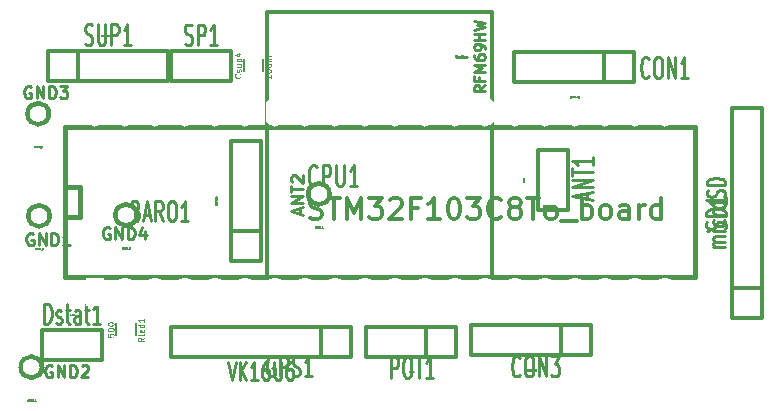
<source format=gbr>
G04 #@! TF.FileFunction,Legend,Top*
%FSLAX46Y46*%
G04 Gerber Fmt 4.6, Leading zero omitted, Abs format (unit mm)*
G04 Created by KiCad (PCBNEW (2015-01-16 BZR 5376)-product) date 20/06/2015 16:12:35*
%MOMM*%
G01*
G04 APERTURE LIST*
%ADD10C,0.100000*%
%ADD11C,0.304800*%
%ADD12C,0.381000*%
%ADD13C,0.127000*%
%ADD14C,0.271780*%
%ADD15C,0.002540*%
%ADD16C,0.285750*%
%ADD17C,0.119380*%
%ADD18C,0.030480*%
%ADD19C,0.254000*%
%ADD20C,0.222250*%
%ADD21C,0.269240*%
%ADD22R,1.800200X1.800200*%
%ADD23C,1.899260*%
%ADD24R,1.597000X2.486000*%
%ADD25O,1.597000X2.486000*%
%ADD26R,2.003400X1.800200*%
%ADD27R,1.701140X1.701140*%
%ADD28R,1.470000X2.232000*%
%ADD29O,1.470000X2.232000*%
%ADD30C,1.398880*%
G04 APERTURE END LIST*
D10*
D11*
X135890000Y-109982000D02*
X135890000Y-109982000D01*
X138430000Y-109982000D02*
X135890000Y-109982000D01*
X135890000Y-109982000D02*
X135890000Y-109982000D01*
X135890000Y-109982000D02*
X135890000Y-99822000D01*
X135890000Y-99822000D02*
X138430000Y-99822000D01*
X138430000Y-99822000D02*
X138430000Y-109982000D01*
X138430000Y-107442000D02*
X135890000Y-107442000D01*
X170053000Y-94869000D02*
X170053000Y-94869000D01*
X170053000Y-92329000D02*
X170053000Y-94869000D01*
X170053000Y-94869000D02*
X170053000Y-94869000D01*
X170053000Y-94869000D02*
X159893000Y-94869000D01*
X159893000Y-94869000D02*
X159893000Y-92329000D01*
X159893000Y-92329000D02*
X170053000Y-92329000D01*
X167513000Y-92329000D02*
X167513000Y-94869000D01*
X166370000Y-117983000D02*
X166370000Y-117983000D01*
X166370000Y-115443000D02*
X166370000Y-117983000D01*
X166370000Y-117983000D02*
X166370000Y-117983000D01*
X166370000Y-117983000D02*
X156210000Y-117983000D01*
X156210000Y-117983000D02*
X156210000Y-115443000D01*
X156210000Y-115443000D02*
X166370000Y-115443000D01*
X163830000Y-115443000D02*
X163830000Y-117983000D01*
D12*
X121831100Y-103733600D02*
X123101100Y-103733600D01*
X123101100Y-103733600D02*
X123101100Y-106273600D01*
X123101100Y-106273600D02*
X121831100Y-106273600D01*
X121831100Y-98653600D02*
X175171100Y-98653600D01*
X175171100Y-98653600D02*
X175171100Y-111353600D01*
X175171100Y-111353600D02*
X121831100Y-111353600D01*
X121831100Y-111353600D02*
X121831100Y-98653600D01*
D13*
X138607800Y-92329000D02*
X136982200Y-92329000D01*
X136982200Y-94615000D02*
X138607800Y-94615000D01*
X136982200Y-95072200D02*
X138607800Y-95072200D01*
X138607800Y-95072200D02*
X138607800Y-91871800D01*
X138607800Y-91871800D02*
X136982200Y-91871800D01*
X136982200Y-91871800D02*
X136982200Y-95072200D01*
D11*
X119888000Y-118364000D02*
X119888000Y-115824000D01*
X119888000Y-115824000D02*
X124968000Y-115824000D01*
X124968000Y-115824000D02*
X124968000Y-118364000D01*
X124968000Y-118364000D02*
X119888000Y-118364000D01*
X146050000Y-115570000D02*
X146050000Y-118110000D01*
X146050000Y-118110000D02*
X130810000Y-118110000D01*
X130810000Y-118110000D02*
X130810000Y-115570000D01*
X130810000Y-115570000D02*
X146050000Y-115570000D01*
X143510000Y-115570000D02*
X143510000Y-118110000D01*
D13*
X126187200Y-116967000D02*
X127812800Y-116967000D01*
X127812800Y-114681000D02*
X126187200Y-114681000D01*
X127812800Y-114223800D02*
X126187200Y-114223800D01*
X126187200Y-114223800D02*
X126187200Y-117424200D01*
X126187200Y-117424200D02*
X127812800Y-117424200D01*
X127812800Y-117424200D02*
X127812800Y-114223800D01*
D11*
X178308000Y-114808000D02*
X178308000Y-114808000D01*
X178308000Y-114808000D02*
X178308000Y-97028000D01*
X178308000Y-97028000D02*
X180848000Y-97028000D01*
X180848000Y-97028000D02*
X180848000Y-114808000D01*
X180848000Y-114808000D02*
X178308000Y-114808000D01*
X180848000Y-112268000D02*
X180848000Y-112268000D01*
X180848000Y-112268000D02*
X178308000Y-112268000D01*
X130810000Y-94742000D02*
X130810000Y-92202000D01*
X130810000Y-92202000D02*
X135890000Y-92202000D01*
X135890000Y-92202000D02*
X135890000Y-94742000D01*
X135890000Y-94742000D02*
X130810000Y-94742000D01*
X120396000Y-92202000D02*
X120396000Y-92202000D01*
X120396000Y-94742000D02*
X120396000Y-92202000D01*
X120396000Y-92202000D02*
X120396000Y-92202000D01*
X120396000Y-92202000D02*
X130556000Y-92202000D01*
X130556000Y-92202000D02*
X130556000Y-94742000D01*
X130556000Y-94742000D02*
X120396000Y-94742000D01*
X122936000Y-94742000D02*
X122936000Y-92202000D01*
X157988000Y-88900000D02*
X138910060Y-88900000D01*
X138910060Y-88900000D02*
X138910060Y-111429800D01*
X138910060Y-111429800D02*
X157988000Y-111429800D01*
X157988000Y-111429800D02*
X157988000Y-88900000D01*
D12*
X120532026Y-106172000D02*
G75*
G03X120532026Y-106172000I-898026J0D01*
G01*
D11*
X154940000Y-115570000D02*
X154940000Y-118110000D01*
X154940000Y-118110000D02*
X147320000Y-118110000D01*
X147320000Y-118110000D02*
X147320000Y-115570000D01*
X147320000Y-115570000D02*
X154940000Y-115570000D01*
X152400000Y-118110000D02*
X152400000Y-115570000D01*
X164465000Y-105664000D02*
X161925000Y-105664000D01*
X161925000Y-105664000D02*
X161925000Y-100584000D01*
X161925000Y-100584000D02*
X164465000Y-100584000D01*
X164465000Y-100584000D02*
X164465000Y-105664000D01*
D12*
X144217526Y-104330500D02*
G75*
G03X144217526Y-104330500I-898026J0D01*
G01*
X119897026Y-118999000D02*
G75*
G03X119897026Y-118999000I-898026J0D01*
G01*
X120468526Y-97536000D02*
G75*
G03X120468526Y-97536000I-898026J0D01*
G01*
X127898026Y-106108500D02*
G75*
G03X127898026Y-106108500I-898026J0D01*
G01*
D14*
X127838563Y-105730584D02*
X127993866Y-105813195D01*
X128045634Y-105895805D01*
X128097402Y-106061026D01*
X128097402Y-106308858D01*
X128045634Y-106474079D01*
X127993866Y-106556689D01*
X127890331Y-106639300D01*
X127476190Y-106639300D01*
X127476190Y-104904480D01*
X127838563Y-104904480D01*
X127942099Y-104987090D01*
X127993866Y-105069700D01*
X128045634Y-105234921D01*
X128045634Y-105400142D01*
X127993866Y-105565363D01*
X127942099Y-105647974D01*
X127838563Y-105730584D01*
X127476190Y-105730584D01*
X128511542Y-106143637D02*
X129029219Y-106143637D01*
X128408007Y-106639300D02*
X128770381Y-104904480D01*
X129132754Y-106639300D01*
X130116339Y-106639300D02*
X129753965Y-105813195D01*
X129495127Y-106639300D02*
X129495127Y-104904480D01*
X129909268Y-104904480D01*
X130012803Y-104987090D01*
X130064571Y-105069700D01*
X130116339Y-105234921D01*
X130116339Y-105482753D01*
X130064571Y-105647974D01*
X130012803Y-105730584D01*
X129909268Y-105813195D01*
X129495127Y-105813195D01*
X130789318Y-104904480D02*
X130996388Y-104904480D01*
X131099923Y-104987090D01*
X131203459Y-105152311D01*
X131255226Y-105482753D01*
X131255226Y-106061026D01*
X131203459Y-106391468D01*
X131099923Y-106556689D01*
X130996388Y-106639300D01*
X130789318Y-106639300D01*
X130685782Y-106556689D01*
X130582247Y-106391468D01*
X130530479Y-106061026D01*
X130530479Y-105482753D01*
X130582247Y-105152311D01*
X130685782Y-104987090D01*
X130789318Y-104904480D01*
X132290579Y-106639300D02*
X131669367Y-106639300D01*
X131979973Y-106639300D02*
X131979973Y-104904480D01*
X131876438Y-105152311D01*
X131772903Y-105317532D01*
X131669367Y-105400142D01*
D11*
D15*
X134610929Y-105210428D02*
X134616976Y-105192285D01*
X134623024Y-105186237D01*
X134635119Y-105180189D01*
X134653262Y-105180189D01*
X134665357Y-105186237D01*
X134671405Y-105192285D01*
X134677452Y-105204380D01*
X134677452Y-105252761D01*
X134550452Y-105252761D01*
X134550452Y-105210428D01*
X134556500Y-105198332D01*
X134562548Y-105192285D01*
X134574643Y-105186237D01*
X134586738Y-105186237D01*
X134598833Y-105192285D01*
X134604881Y-105198332D01*
X134610929Y-105210428D01*
X134610929Y-105252761D01*
X134677452Y-105125761D02*
X134550452Y-105125761D01*
X134641167Y-105083428D01*
X134550452Y-105041094D01*
X134677452Y-105041094D01*
X134677452Y-104980618D02*
X134550452Y-104980618D01*
X134550452Y-104932237D01*
X134556500Y-104920142D01*
X134562548Y-104914094D01*
X134574643Y-104908046D01*
X134592786Y-104908046D01*
X134604881Y-104914094D01*
X134610929Y-104920142D01*
X134616976Y-104932237D01*
X134616976Y-104980618D01*
X134677452Y-104787094D02*
X134677452Y-104859666D01*
X134677452Y-104823380D02*
X134550452Y-104823380D01*
X134568595Y-104835475D01*
X134580690Y-104847570D01*
X134586738Y-104859666D01*
X134604881Y-104714523D02*
X134598833Y-104726618D01*
X134592786Y-104732666D01*
X134580690Y-104738714D01*
X134574643Y-104738714D01*
X134562548Y-104732666D01*
X134556500Y-104726618D01*
X134550452Y-104714523D01*
X134550452Y-104690333D01*
X134556500Y-104678237D01*
X134562548Y-104672190D01*
X134574643Y-104666142D01*
X134580690Y-104666142D01*
X134592786Y-104672190D01*
X134598833Y-104678237D01*
X134604881Y-104690333D01*
X134604881Y-104714523D01*
X134610929Y-104726618D01*
X134616976Y-104732666D01*
X134629071Y-104738714D01*
X134653262Y-104738714D01*
X134665357Y-104732666D01*
X134671405Y-104726618D01*
X134677452Y-104714523D01*
X134677452Y-104690333D01*
X134671405Y-104678237D01*
X134665357Y-104672190D01*
X134653262Y-104666142D01*
X134629071Y-104666142D01*
X134616976Y-104672190D01*
X134610929Y-104678237D01*
X134604881Y-104690333D01*
X134550452Y-104587523D02*
X134550452Y-104575428D01*
X134556500Y-104563333D01*
X134562548Y-104557285D01*
X134574643Y-104551238D01*
X134598833Y-104545190D01*
X134629071Y-104545190D01*
X134653262Y-104551238D01*
X134665357Y-104557285D01*
X134671405Y-104563333D01*
X134677452Y-104575428D01*
X134677452Y-104587523D01*
X134671405Y-104599619D01*
X134665357Y-104605666D01*
X134653262Y-104611714D01*
X134629071Y-104617762D01*
X134598833Y-104617762D01*
X134574643Y-104611714D01*
X134562548Y-104605666D01*
X134556500Y-104599619D01*
X134550452Y-104587523D01*
D14*
X171272926Y-94345579D02*
X171221158Y-94428189D01*
X171065855Y-94510800D01*
X170962320Y-94510800D01*
X170807017Y-94428189D01*
X170703482Y-94262968D01*
X170651714Y-94097747D01*
X170599946Y-93767305D01*
X170599946Y-93519474D01*
X170651714Y-93189032D01*
X170703482Y-93023811D01*
X170807017Y-92858590D01*
X170962320Y-92775980D01*
X171065855Y-92775980D01*
X171221158Y-92858590D01*
X171272926Y-92941200D01*
X171945905Y-92775980D02*
X172152975Y-92775980D01*
X172256510Y-92858590D01*
X172360046Y-93023811D01*
X172411813Y-93354253D01*
X172411813Y-93932526D01*
X172360046Y-94262968D01*
X172256510Y-94428189D01*
X172152975Y-94510800D01*
X171945905Y-94510800D01*
X171842369Y-94428189D01*
X171738834Y-94262968D01*
X171687066Y-93932526D01*
X171687066Y-93354253D01*
X171738834Y-93023811D01*
X171842369Y-92858590D01*
X171945905Y-92775980D01*
X172877722Y-94510800D02*
X172877722Y-92775980D01*
X173498934Y-94510800D01*
X173498934Y-92775980D01*
X174586054Y-94510800D02*
X173964842Y-94510800D01*
X174275448Y-94510800D02*
X174275448Y-92775980D01*
X174171913Y-93023811D01*
X174068378Y-93189032D01*
X173964842Y-93271642D01*
D11*
D15*
X164640381Y-96184357D02*
X164634333Y-96190405D01*
X164616190Y-96196452D01*
X164604095Y-96196452D01*
X164585952Y-96190405D01*
X164573857Y-96178310D01*
X164567809Y-96166214D01*
X164561761Y-96142024D01*
X164561761Y-96123881D01*
X164567809Y-96099690D01*
X164573857Y-96087595D01*
X164585952Y-96075500D01*
X164604095Y-96069452D01*
X164616190Y-96069452D01*
X164634333Y-96075500D01*
X164640381Y-96081548D01*
X164719000Y-96069452D02*
X164743190Y-96069452D01*
X164755285Y-96075500D01*
X164767381Y-96087595D01*
X164773428Y-96111786D01*
X164773428Y-96154119D01*
X164767381Y-96178310D01*
X164755285Y-96190405D01*
X164743190Y-96196452D01*
X164719000Y-96196452D01*
X164706904Y-96190405D01*
X164694809Y-96178310D01*
X164688761Y-96154119D01*
X164688761Y-96111786D01*
X164694809Y-96087595D01*
X164706904Y-96075500D01*
X164719000Y-96069452D01*
X164827857Y-96196452D02*
X164827857Y-96069452D01*
X164900429Y-96196452D01*
X164900429Y-96069452D01*
X164954857Y-96190405D02*
X164973000Y-96196452D01*
X165003238Y-96196452D01*
X165015334Y-96190405D01*
X165021381Y-96184357D01*
X165027429Y-96172262D01*
X165027429Y-96160167D01*
X165021381Y-96148071D01*
X165015334Y-96142024D01*
X165003238Y-96135976D01*
X164979048Y-96129929D01*
X164966953Y-96123881D01*
X164960905Y-96117833D01*
X164954857Y-96105738D01*
X164954857Y-96093643D01*
X164960905Y-96081548D01*
X164966953Y-96075500D01*
X164979048Y-96069452D01*
X165009286Y-96069452D01*
X165027429Y-96075500D01*
X165172571Y-96063405D02*
X165063714Y-96226690D01*
X165257238Y-96129929D02*
X165275381Y-96135976D01*
X165281429Y-96142024D01*
X165287477Y-96154119D01*
X165287477Y-96172262D01*
X165281429Y-96184357D01*
X165275381Y-96190405D01*
X165263286Y-96196452D01*
X165214905Y-96196452D01*
X165214905Y-96069452D01*
X165257238Y-96069452D01*
X165269334Y-96075500D01*
X165275381Y-96081548D01*
X165281429Y-96093643D01*
X165281429Y-96105738D01*
X165275381Y-96117833D01*
X165269334Y-96123881D01*
X165257238Y-96129929D01*
X165214905Y-96129929D01*
X165323762Y-96069452D02*
X165396334Y-96069452D01*
X165360048Y-96196452D02*
X165360048Y-96069452D01*
D14*
X160350926Y-119618579D02*
X160299158Y-119701189D01*
X160143855Y-119783800D01*
X160040320Y-119783800D01*
X159885017Y-119701189D01*
X159781482Y-119535968D01*
X159729714Y-119370747D01*
X159677946Y-119040305D01*
X159677946Y-118792474D01*
X159729714Y-118462032D01*
X159781482Y-118296811D01*
X159885017Y-118131590D01*
X160040320Y-118048980D01*
X160143855Y-118048980D01*
X160299158Y-118131590D01*
X160350926Y-118214200D01*
X161023905Y-118048980D02*
X161230975Y-118048980D01*
X161334510Y-118131590D01*
X161438046Y-118296811D01*
X161489813Y-118627253D01*
X161489813Y-119205526D01*
X161438046Y-119535968D01*
X161334510Y-119701189D01*
X161230975Y-119783800D01*
X161023905Y-119783800D01*
X160920369Y-119701189D01*
X160816834Y-119535968D01*
X160765066Y-119205526D01*
X160765066Y-118627253D01*
X160816834Y-118296811D01*
X160920369Y-118131590D01*
X161023905Y-118048980D01*
X161955722Y-119783800D02*
X161955722Y-118048980D01*
X162576934Y-119783800D01*
X162576934Y-118048980D01*
X162991075Y-118048980D02*
X163664054Y-118048980D01*
X163301681Y-118709863D01*
X163456983Y-118709863D01*
X163560519Y-118792474D01*
X163612286Y-118875084D01*
X163664054Y-119040305D01*
X163664054Y-119453358D01*
X163612286Y-119618579D01*
X163560519Y-119701189D01*
X163456983Y-119783800D01*
X163146378Y-119783800D01*
X163042842Y-119701189D01*
X162991075Y-119618579D01*
D11*
D15*
X160957381Y-119298357D02*
X160951333Y-119304405D01*
X160933190Y-119310452D01*
X160921095Y-119310452D01*
X160902952Y-119304405D01*
X160890857Y-119292310D01*
X160884809Y-119280214D01*
X160878761Y-119256024D01*
X160878761Y-119237881D01*
X160884809Y-119213690D01*
X160890857Y-119201595D01*
X160902952Y-119189500D01*
X160921095Y-119183452D01*
X160933190Y-119183452D01*
X160951333Y-119189500D01*
X160957381Y-119195548D01*
X161036000Y-119183452D02*
X161060190Y-119183452D01*
X161072285Y-119189500D01*
X161084381Y-119201595D01*
X161090428Y-119225786D01*
X161090428Y-119268119D01*
X161084381Y-119292310D01*
X161072285Y-119304405D01*
X161060190Y-119310452D01*
X161036000Y-119310452D01*
X161023904Y-119304405D01*
X161011809Y-119292310D01*
X161005761Y-119268119D01*
X161005761Y-119225786D01*
X161011809Y-119201595D01*
X161023904Y-119189500D01*
X161036000Y-119183452D01*
X161144857Y-119310452D02*
X161144857Y-119183452D01*
X161217429Y-119310452D01*
X161217429Y-119183452D01*
X161271857Y-119304405D02*
X161290000Y-119310452D01*
X161320238Y-119310452D01*
X161332334Y-119304405D01*
X161338381Y-119298357D01*
X161344429Y-119286262D01*
X161344429Y-119274167D01*
X161338381Y-119262071D01*
X161332334Y-119256024D01*
X161320238Y-119249976D01*
X161296048Y-119243929D01*
X161283953Y-119237881D01*
X161277905Y-119231833D01*
X161271857Y-119219738D01*
X161271857Y-119207643D01*
X161277905Y-119195548D01*
X161283953Y-119189500D01*
X161296048Y-119183452D01*
X161326286Y-119183452D01*
X161344429Y-119189500D01*
X161489571Y-119177405D02*
X161380714Y-119340690D01*
X161574238Y-119243929D02*
X161592381Y-119249976D01*
X161598429Y-119256024D01*
X161604477Y-119268119D01*
X161604477Y-119286262D01*
X161598429Y-119298357D01*
X161592381Y-119304405D01*
X161580286Y-119310452D01*
X161531905Y-119310452D01*
X161531905Y-119183452D01*
X161574238Y-119183452D01*
X161586334Y-119189500D01*
X161592381Y-119195548D01*
X161598429Y-119207643D01*
X161598429Y-119219738D01*
X161592381Y-119231833D01*
X161586334Y-119237881D01*
X161574238Y-119243929D01*
X161531905Y-119243929D01*
X161640762Y-119183452D02*
X161713334Y-119183452D01*
X161677048Y-119310452D02*
X161677048Y-119183452D01*
D16*
X143165286Y-103505000D02*
X143110857Y-103589667D01*
X142947571Y-103674333D01*
X142838714Y-103674333D01*
X142675429Y-103589667D01*
X142566571Y-103420333D01*
X142512143Y-103251000D01*
X142457714Y-102912333D01*
X142457714Y-102658333D01*
X142512143Y-102319667D01*
X142566571Y-102150333D01*
X142675429Y-101981000D01*
X142838714Y-101896333D01*
X142947571Y-101896333D01*
X143110857Y-101981000D01*
X143165286Y-102065667D01*
X143655143Y-103674333D02*
X143655143Y-101896333D01*
X144090571Y-101896333D01*
X144199429Y-101981000D01*
X144253857Y-102065667D01*
X144308286Y-102235000D01*
X144308286Y-102489000D01*
X144253857Y-102658333D01*
X144199429Y-102743000D01*
X144090571Y-102827667D01*
X143655143Y-102827667D01*
X144798143Y-101896333D02*
X144798143Y-103335667D01*
X144852571Y-103505000D01*
X144907000Y-103589667D01*
X145015857Y-103674333D01*
X145233571Y-103674333D01*
X145342429Y-103589667D01*
X145396857Y-103505000D01*
X145451286Y-103335667D01*
X145451286Y-101896333D01*
X146594286Y-103674333D02*
X145941143Y-103674333D01*
X146267715Y-103674333D02*
X146267715Y-101896333D01*
X146158858Y-102150333D01*
X146050000Y-102319667D01*
X145941143Y-102404333D01*
D11*
X142578667Y-106383667D02*
X142832667Y-106468333D01*
X143256000Y-106468333D01*
X143425333Y-106383667D01*
X143510000Y-106299000D01*
X143594667Y-106129667D01*
X143594667Y-105960333D01*
X143510000Y-105791000D01*
X143425333Y-105706333D01*
X143256000Y-105621667D01*
X142917333Y-105537000D01*
X142748000Y-105452333D01*
X142663333Y-105367667D01*
X142578667Y-105198333D01*
X142578667Y-105029000D01*
X142663333Y-104859667D01*
X142748000Y-104775000D01*
X142917333Y-104690333D01*
X143340667Y-104690333D01*
X143594667Y-104775000D01*
X144102666Y-104690333D02*
X145118666Y-104690333D01*
X144610666Y-106468333D02*
X144610666Y-104690333D01*
X145711333Y-106468333D02*
X145711333Y-104690333D01*
X146304000Y-105960333D01*
X146896667Y-104690333D01*
X146896667Y-106468333D01*
X147574000Y-104690333D02*
X148674667Y-104690333D01*
X148082000Y-105367667D01*
X148336000Y-105367667D01*
X148505333Y-105452333D01*
X148590000Y-105537000D01*
X148674667Y-105706333D01*
X148674667Y-106129667D01*
X148590000Y-106299000D01*
X148505333Y-106383667D01*
X148336000Y-106468333D01*
X147828000Y-106468333D01*
X147658667Y-106383667D01*
X147574000Y-106299000D01*
X149352000Y-104859667D02*
X149436666Y-104775000D01*
X149606000Y-104690333D01*
X150029333Y-104690333D01*
X150198666Y-104775000D01*
X150283333Y-104859667D01*
X150368000Y-105029000D01*
X150368000Y-105198333D01*
X150283333Y-105452333D01*
X149267333Y-106468333D01*
X150368000Y-106468333D01*
X151722666Y-105537000D02*
X151129999Y-105537000D01*
X151129999Y-106468333D02*
X151129999Y-104690333D01*
X151976666Y-104690333D01*
X153585333Y-106468333D02*
X152569333Y-106468333D01*
X153077333Y-106468333D02*
X153077333Y-104690333D01*
X152907999Y-104944333D01*
X152738666Y-105113667D01*
X152569333Y-105198333D01*
X154685999Y-104690333D02*
X154855332Y-104690333D01*
X155024666Y-104775000D01*
X155109332Y-104859667D01*
X155193999Y-105029000D01*
X155278666Y-105367667D01*
X155278666Y-105791000D01*
X155193999Y-106129667D01*
X155109332Y-106299000D01*
X155024666Y-106383667D01*
X154855332Y-106468333D01*
X154685999Y-106468333D01*
X154516666Y-106383667D01*
X154431999Y-106299000D01*
X154347332Y-106129667D01*
X154262666Y-105791000D01*
X154262666Y-105367667D01*
X154347332Y-105029000D01*
X154431999Y-104859667D01*
X154516666Y-104775000D01*
X154685999Y-104690333D01*
X155871332Y-104690333D02*
X156971999Y-104690333D01*
X156379332Y-105367667D01*
X156633332Y-105367667D01*
X156802665Y-105452333D01*
X156887332Y-105537000D01*
X156971999Y-105706333D01*
X156971999Y-106129667D01*
X156887332Y-106299000D01*
X156802665Y-106383667D01*
X156633332Y-106468333D01*
X156125332Y-106468333D01*
X155955999Y-106383667D01*
X155871332Y-106299000D01*
X158749998Y-106299000D02*
X158665332Y-106383667D01*
X158411332Y-106468333D01*
X158241998Y-106468333D01*
X157987998Y-106383667D01*
X157818665Y-106214333D01*
X157733998Y-106045000D01*
X157649332Y-105706333D01*
X157649332Y-105452333D01*
X157733998Y-105113667D01*
X157818665Y-104944333D01*
X157987998Y-104775000D01*
X158241998Y-104690333D01*
X158411332Y-104690333D01*
X158665332Y-104775000D01*
X158749998Y-104859667D01*
X159765998Y-105452333D02*
X159596665Y-105367667D01*
X159511998Y-105283000D01*
X159427332Y-105113667D01*
X159427332Y-105029000D01*
X159511998Y-104859667D01*
X159596665Y-104775000D01*
X159765998Y-104690333D01*
X160104665Y-104690333D01*
X160273998Y-104775000D01*
X160358665Y-104859667D01*
X160443332Y-105029000D01*
X160443332Y-105113667D01*
X160358665Y-105283000D01*
X160273998Y-105367667D01*
X160104665Y-105452333D01*
X159765998Y-105452333D01*
X159596665Y-105537000D01*
X159511998Y-105621667D01*
X159427332Y-105791000D01*
X159427332Y-106129667D01*
X159511998Y-106299000D01*
X159596665Y-106383667D01*
X159765998Y-106468333D01*
X160104665Y-106468333D01*
X160273998Y-106383667D01*
X160358665Y-106299000D01*
X160443332Y-106129667D01*
X160443332Y-105791000D01*
X160358665Y-105621667D01*
X160273998Y-105537000D01*
X160104665Y-105452333D01*
X160951331Y-104690333D02*
X161967331Y-104690333D01*
X161459331Y-106468333D02*
X161459331Y-104690333D01*
X163321998Y-104690333D02*
X162983332Y-104690333D01*
X162813998Y-104775000D01*
X162729332Y-104859667D01*
X162559998Y-105113667D01*
X162475332Y-105452333D01*
X162475332Y-106129667D01*
X162559998Y-106299000D01*
X162644665Y-106383667D01*
X162813998Y-106468333D01*
X163152665Y-106468333D01*
X163321998Y-106383667D01*
X163406665Y-106299000D01*
X163491332Y-106129667D01*
X163491332Y-105706333D01*
X163406665Y-105537000D01*
X163321998Y-105452333D01*
X163152665Y-105367667D01*
X162813998Y-105367667D01*
X162644665Y-105452333D01*
X162559998Y-105537000D01*
X162475332Y-105706333D01*
X163829998Y-106637667D02*
X165184665Y-106637667D01*
X165607998Y-106468333D02*
X165607998Y-104690333D01*
X165607998Y-105367667D02*
X165777332Y-105283000D01*
X166115998Y-105283000D01*
X166285332Y-105367667D01*
X166369998Y-105452333D01*
X166454665Y-105621667D01*
X166454665Y-106129667D01*
X166369998Y-106299000D01*
X166285332Y-106383667D01*
X166115998Y-106468333D01*
X165777332Y-106468333D01*
X165607998Y-106383667D01*
X167470665Y-106468333D02*
X167301332Y-106383667D01*
X167216665Y-106299000D01*
X167131999Y-106129667D01*
X167131999Y-105621667D01*
X167216665Y-105452333D01*
X167301332Y-105367667D01*
X167470665Y-105283000D01*
X167724665Y-105283000D01*
X167893999Y-105367667D01*
X167978665Y-105452333D01*
X168063332Y-105621667D01*
X168063332Y-106129667D01*
X167978665Y-106299000D01*
X167893999Y-106383667D01*
X167724665Y-106468333D01*
X167470665Y-106468333D01*
X169587332Y-106468333D02*
X169587332Y-105537000D01*
X169502666Y-105367667D01*
X169333332Y-105283000D01*
X168994666Y-105283000D01*
X168825332Y-105367667D01*
X169587332Y-106383667D02*
X169417999Y-106468333D01*
X168994666Y-106468333D01*
X168825332Y-106383667D01*
X168740666Y-106214333D01*
X168740666Y-106045000D01*
X168825332Y-105875667D01*
X168994666Y-105791000D01*
X169417999Y-105791000D01*
X169587332Y-105706333D01*
X170433999Y-106468333D02*
X170433999Y-105283000D01*
X170433999Y-105621667D02*
X170518666Y-105452333D01*
X170603333Y-105367667D01*
X170772666Y-105283000D01*
X170941999Y-105283000D01*
X172296666Y-106468333D02*
X172296666Y-104690333D01*
X172296666Y-106383667D02*
X172127333Y-106468333D01*
X171788666Y-106468333D01*
X171619333Y-106383667D01*
X171534666Y-106299000D01*
X171450000Y-106129667D01*
X171450000Y-105621667D01*
X171534666Y-105452333D01*
X171619333Y-105367667D01*
X171788666Y-105283000D01*
X172127333Y-105283000D01*
X172296666Y-105367667D01*
D17*
X136678307Y-94185256D02*
X136702135Y-94209084D01*
X136725962Y-94280567D01*
X136725962Y-94328222D01*
X136702135Y-94399705D01*
X136654480Y-94447360D01*
X136606824Y-94471188D01*
X136511514Y-94495016D01*
X136440031Y-94495016D01*
X136344720Y-94471188D01*
X136297065Y-94447360D01*
X136249410Y-94399705D01*
X136225582Y-94328222D01*
X136225582Y-94280567D01*
X136249410Y-94209084D01*
X136273238Y-94185256D01*
X136702135Y-93994636D02*
X136725962Y-93946980D01*
X136725962Y-93851670D01*
X136702135Y-93804015D01*
X136654480Y-93780187D01*
X136630652Y-93780187D01*
X136582997Y-93804015D01*
X136559169Y-93851670D01*
X136559169Y-93923153D01*
X136535341Y-93970808D01*
X136487686Y-93994636D01*
X136463859Y-93994636D01*
X136416203Y-93970808D01*
X136392376Y-93923153D01*
X136392376Y-93851670D01*
X136416203Y-93804015D01*
X136392376Y-93351289D02*
X136725962Y-93351289D01*
X136392376Y-93565738D02*
X136654480Y-93565738D01*
X136702135Y-93541910D01*
X136725962Y-93494255D01*
X136725962Y-93422772D01*
X136702135Y-93375117D01*
X136678307Y-93351289D01*
X136392376Y-93113013D02*
X136892756Y-93113013D01*
X136416203Y-93113013D02*
X136392376Y-93065358D01*
X136392376Y-92970047D01*
X136416203Y-92922392D01*
X136440031Y-92898564D01*
X136487686Y-92874737D01*
X136630652Y-92874737D01*
X136678307Y-92898564D01*
X136702135Y-92922392D01*
X136725962Y-92970047D01*
X136725962Y-93065358D01*
X136702135Y-93113013D01*
X136392376Y-92445839D02*
X136725962Y-92445839D01*
X136201755Y-92564977D02*
X136559169Y-92684116D01*
X136559169Y-92374356D01*
X139291362Y-94246397D02*
X139291362Y-94532329D01*
X139291362Y-94389363D02*
X138790982Y-94389363D01*
X138862465Y-94437018D01*
X138910120Y-94484673D01*
X138933948Y-94532329D01*
X138790982Y-93936638D02*
X138790982Y-93888983D01*
X138814810Y-93841328D01*
X138838638Y-93817500D01*
X138886293Y-93793673D01*
X138981603Y-93769845D01*
X139100741Y-93769845D01*
X139196052Y-93793673D01*
X139243707Y-93817500D01*
X139267535Y-93841328D01*
X139291362Y-93888983D01*
X139291362Y-93936638D01*
X139267535Y-93984294D01*
X139243707Y-94008121D01*
X139196052Y-94031949D01*
X139100741Y-94055777D01*
X138981603Y-94055777D01*
X138886293Y-94031949D01*
X138838638Y-94008121D01*
X138814810Y-93984294D01*
X138790982Y-93936638D01*
X138790982Y-93460086D02*
X138790982Y-93412431D01*
X138814810Y-93364776D01*
X138838638Y-93340948D01*
X138886293Y-93317121D01*
X138981603Y-93293293D01*
X139100741Y-93293293D01*
X139196052Y-93317121D01*
X139243707Y-93340948D01*
X139267535Y-93364776D01*
X139291362Y-93412431D01*
X139291362Y-93460086D01*
X139267535Y-93507742D01*
X139243707Y-93531569D01*
X139196052Y-93555397D01*
X139100741Y-93579225D01*
X138981603Y-93579225D01*
X138886293Y-93555397D01*
X138838638Y-93531569D01*
X138814810Y-93507742D01*
X138790982Y-93460086D01*
X138957776Y-93078845D02*
X139291362Y-93078845D01*
X139005431Y-93078845D02*
X138981603Y-93055017D01*
X138957776Y-93007362D01*
X138957776Y-92935879D01*
X138981603Y-92888224D01*
X139029259Y-92864396D01*
X139291362Y-92864396D01*
X139029259Y-92459327D02*
X139029259Y-92626120D01*
X139291362Y-92626120D02*
X138790982Y-92626120D01*
X138790982Y-92387844D01*
D14*
X120072574Y-115336501D02*
X120072574Y-113606761D01*
X120331412Y-113606761D01*
X120486715Y-113689130D01*
X120590250Y-113853867D01*
X120642018Y-114018604D01*
X120693786Y-114348079D01*
X120693786Y-114595184D01*
X120642018Y-114924659D01*
X120590250Y-115089396D01*
X120486715Y-115254133D01*
X120331412Y-115336501D01*
X120072574Y-115336501D01*
X121107926Y-115254133D02*
X121211462Y-115336501D01*
X121418532Y-115336501D01*
X121522067Y-115254133D01*
X121573835Y-115089396D01*
X121573835Y-115007027D01*
X121522067Y-114842290D01*
X121418532Y-114759921D01*
X121263229Y-114759921D01*
X121159694Y-114677553D01*
X121107926Y-114512816D01*
X121107926Y-114430447D01*
X121159694Y-114265710D01*
X121263229Y-114183341D01*
X121418532Y-114183341D01*
X121522067Y-114265710D01*
X121884441Y-114183341D02*
X122298582Y-114183341D01*
X122039744Y-113606761D02*
X122039744Y-115089396D01*
X122091512Y-115254133D01*
X122195047Y-115336501D01*
X122298582Y-115336501D01*
X123126864Y-115336501D02*
X123126864Y-114430447D01*
X123075096Y-114265710D01*
X122971561Y-114183341D01*
X122764490Y-114183341D01*
X122660955Y-114265710D01*
X123126864Y-115254133D02*
X123023328Y-115336501D01*
X122764490Y-115336501D01*
X122660955Y-115254133D01*
X122609187Y-115089396D01*
X122609187Y-114924659D01*
X122660955Y-114759921D01*
X122764490Y-114677553D01*
X123023328Y-114677553D01*
X123126864Y-114595184D01*
X123489237Y-114183341D02*
X123903378Y-114183341D01*
X123644540Y-113606761D02*
X123644540Y-115089396D01*
X123696308Y-115254133D01*
X123799843Y-115336501D01*
X123903378Y-115336501D01*
X124835195Y-115336501D02*
X124213983Y-115336501D01*
X124524589Y-115336501D02*
X124524589Y-113606761D01*
X124421054Y-113853867D01*
X124317519Y-114018604D01*
X124213983Y-114100973D01*
D11*
D18*
X122346357Y-114611452D02*
X122285881Y-114611452D01*
X122285881Y-114484452D01*
X122388691Y-114544929D02*
X122431024Y-114544929D01*
X122449167Y-114611452D02*
X122388691Y-114611452D01*
X122388691Y-114484452D01*
X122449167Y-114484452D01*
X122503596Y-114611452D02*
X122503596Y-114484452D01*
X122533834Y-114484452D01*
X122551977Y-114490500D01*
X122564072Y-114502595D01*
X122570120Y-114514690D01*
X122576168Y-114538881D01*
X122576168Y-114557024D01*
X122570120Y-114581214D01*
X122564072Y-114593310D01*
X122551977Y-114605405D01*
X122533834Y-114611452D01*
X122503596Y-114611452D01*
D14*
X139548810Y-118134130D02*
X139445275Y-118051761D01*
X139289972Y-118051761D01*
X139134669Y-118134130D01*
X139031134Y-118298867D01*
X138979366Y-118463604D01*
X138927598Y-118793079D01*
X138927598Y-119040184D01*
X138979366Y-119369659D01*
X139031134Y-119534396D01*
X139134669Y-119699133D01*
X139289972Y-119781501D01*
X139393507Y-119781501D01*
X139548810Y-119699133D01*
X139600578Y-119616764D01*
X139600578Y-119040184D01*
X139393507Y-119040184D01*
X140066486Y-119781501D02*
X140066486Y-118051761D01*
X140480627Y-118051761D01*
X140584162Y-118134130D01*
X140635930Y-118216499D01*
X140687698Y-118381236D01*
X140687698Y-118628341D01*
X140635930Y-118793079D01*
X140584162Y-118875447D01*
X140480627Y-118957816D01*
X140066486Y-118957816D01*
X141101838Y-119699133D02*
X141257141Y-119781501D01*
X141515979Y-119781501D01*
X141619515Y-119699133D01*
X141671282Y-119616764D01*
X141723050Y-119452027D01*
X141723050Y-119287290D01*
X141671282Y-119122553D01*
X141619515Y-119040184D01*
X141515979Y-118957816D01*
X141308909Y-118875447D01*
X141205374Y-118793079D01*
X141153606Y-118710710D01*
X141101838Y-118545973D01*
X141101838Y-118381236D01*
X141153606Y-118216499D01*
X141205374Y-118134130D01*
X141308909Y-118051761D01*
X141567747Y-118051761D01*
X141723050Y-118134130D01*
X142758402Y-119781501D02*
X142137190Y-119781501D01*
X142447796Y-119781501D02*
X142447796Y-118051761D01*
X142344261Y-118298867D01*
X142240726Y-118463604D01*
X142137190Y-118545973D01*
D11*
D19*
X135599715Y-118545429D02*
X135938382Y-120069429D01*
X136277048Y-118545429D01*
X136615715Y-120069429D02*
X136615715Y-118545429D01*
X137196286Y-120069429D02*
X136760858Y-119198571D01*
X137196286Y-118545429D02*
X136615715Y-119416286D01*
X138163905Y-120069429D02*
X137583334Y-120069429D01*
X137873620Y-120069429D02*
X137873620Y-118545429D01*
X137776858Y-118763143D01*
X137680096Y-118908286D01*
X137583334Y-118980857D01*
X139034762Y-118545429D02*
X138841239Y-118545429D01*
X138744477Y-118618000D01*
X138696096Y-118690571D01*
X138599334Y-118908286D01*
X138550953Y-119198571D01*
X138550953Y-119779143D01*
X138599334Y-119924286D01*
X138647715Y-119996857D01*
X138744477Y-120069429D01*
X138938000Y-120069429D01*
X139034762Y-119996857D01*
X139083143Y-119924286D01*
X139131524Y-119779143D01*
X139131524Y-119416286D01*
X139083143Y-119271143D01*
X139034762Y-119198571D01*
X138938000Y-119126000D01*
X138744477Y-119126000D01*
X138647715Y-119198571D01*
X138599334Y-119271143D01*
X138550953Y-119416286D01*
X139566953Y-118545429D02*
X139566953Y-119779143D01*
X139615334Y-119924286D01*
X139663715Y-119996857D01*
X139760477Y-120069429D01*
X139954000Y-120069429D01*
X140050762Y-119996857D01*
X140099143Y-119924286D01*
X140147524Y-119779143D01*
X140147524Y-118545429D01*
X141066762Y-118545429D02*
X140873239Y-118545429D01*
X140776477Y-118618000D01*
X140728096Y-118690571D01*
X140631334Y-118908286D01*
X140582953Y-119198571D01*
X140582953Y-119779143D01*
X140631334Y-119924286D01*
X140679715Y-119996857D01*
X140776477Y-120069429D01*
X140970000Y-120069429D01*
X141066762Y-119996857D01*
X141115143Y-119924286D01*
X141163524Y-119779143D01*
X141163524Y-119416286D01*
X141115143Y-119271143D01*
X141066762Y-119198571D01*
X140970000Y-119126000D01*
X140776477Y-119126000D01*
X140679715Y-119198571D01*
X140631334Y-119271143D01*
X140582953Y-119416286D01*
D11*
D17*
X128521762Y-116504659D02*
X128283486Y-116671453D01*
X128521762Y-116790591D02*
X128021382Y-116790591D01*
X128021382Y-116599970D01*
X128045210Y-116552315D01*
X128069038Y-116528487D01*
X128116693Y-116504659D01*
X128188176Y-116504659D01*
X128235831Y-116528487D01*
X128259659Y-116552315D01*
X128283486Y-116599970D01*
X128283486Y-116790591D01*
X128521762Y-116218728D02*
X128497935Y-116266383D01*
X128450280Y-116290211D01*
X128021382Y-116290211D01*
X128497935Y-115837486D02*
X128521762Y-115885141D01*
X128521762Y-115980452D01*
X128497935Y-116028107D01*
X128450280Y-116051935D01*
X128259659Y-116051935D01*
X128212003Y-116028107D01*
X128188176Y-115980452D01*
X128188176Y-115885141D01*
X128212003Y-115837486D01*
X128259659Y-115813658D01*
X128307314Y-115813658D01*
X128354969Y-116051935D01*
X128521762Y-115384761D02*
X128021382Y-115384761D01*
X128497935Y-115384761D02*
X128521762Y-115432417D01*
X128521762Y-115527727D01*
X128497935Y-115575382D01*
X128474107Y-115599210D01*
X128426452Y-115623038D01*
X128283486Y-115623038D01*
X128235831Y-115599210D01*
X128212003Y-115575382D01*
X128188176Y-115527727D01*
X128188176Y-115432417D01*
X128212003Y-115384761D01*
X128521762Y-114884381D02*
X128521762Y-115170313D01*
X128521762Y-115027347D02*
X128021382Y-115027347D01*
X128092865Y-115075002D01*
X128140520Y-115122657D01*
X128164348Y-115170313D01*
X125455982Y-116181414D02*
X125455982Y-116419690D01*
X125694259Y-116443518D01*
X125670431Y-116419690D01*
X125646603Y-116372035D01*
X125646603Y-116252897D01*
X125670431Y-116205241D01*
X125694259Y-116181414D01*
X125741914Y-116157586D01*
X125861052Y-116157586D01*
X125908707Y-116181414D01*
X125932535Y-116205241D01*
X125956362Y-116252897D01*
X125956362Y-116372035D01*
X125932535Y-116419690D01*
X125908707Y-116443518D01*
X125455982Y-115847827D02*
X125455982Y-115800172D01*
X125479810Y-115752517D01*
X125503638Y-115728689D01*
X125551293Y-115704862D01*
X125646603Y-115681034D01*
X125765741Y-115681034D01*
X125861052Y-115704862D01*
X125908707Y-115728689D01*
X125932535Y-115752517D01*
X125956362Y-115800172D01*
X125956362Y-115847827D01*
X125932535Y-115895483D01*
X125908707Y-115919310D01*
X125861052Y-115943138D01*
X125765741Y-115966966D01*
X125646603Y-115966966D01*
X125551293Y-115943138D01*
X125503638Y-115919310D01*
X125479810Y-115895483D01*
X125455982Y-115847827D01*
X125455982Y-115371275D02*
X125455982Y-115323620D01*
X125479810Y-115275965D01*
X125503638Y-115252137D01*
X125551293Y-115228310D01*
X125646603Y-115204482D01*
X125765741Y-115204482D01*
X125861052Y-115228310D01*
X125908707Y-115252137D01*
X125932535Y-115275965D01*
X125956362Y-115323620D01*
X125956362Y-115371275D01*
X125932535Y-115418931D01*
X125908707Y-115442758D01*
X125861052Y-115466586D01*
X125765741Y-115490414D01*
X125646603Y-115490414D01*
X125551293Y-115466586D01*
X125503638Y-115442758D01*
X125479810Y-115418931D01*
X125455982Y-115371275D01*
D14*
X177738133Y-107289842D02*
X177820501Y-107134539D01*
X177820501Y-106875701D01*
X177738133Y-106772165D01*
X177655764Y-106720398D01*
X177491027Y-106668630D01*
X177326290Y-106668630D01*
X177161553Y-106720398D01*
X177079184Y-106772165D01*
X176996816Y-106875701D01*
X176914447Y-107082771D01*
X176832079Y-107186306D01*
X176749710Y-107238074D01*
X176584973Y-107289842D01*
X176420236Y-107289842D01*
X176255499Y-107238074D01*
X176173130Y-107186306D01*
X176090761Y-107082771D01*
X176090761Y-106823933D01*
X176173130Y-106668630D01*
X177820501Y-106202722D02*
X176090761Y-106202722D01*
X176090761Y-105943884D01*
X176173130Y-105788581D01*
X176337867Y-105685046D01*
X176502604Y-105633278D01*
X176832079Y-105581510D01*
X177079184Y-105581510D01*
X177408659Y-105633278D01*
X177573396Y-105685046D01*
X177738133Y-105788581D01*
X177820501Y-105943884D01*
X177820501Y-106202722D01*
X177820501Y-104546158D02*
X177820501Y-105167370D01*
X177820501Y-104856764D02*
X176090761Y-104856764D01*
X176337867Y-104960299D01*
X176502604Y-105063834D01*
X176584973Y-105167370D01*
D11*
D19*
X177727429Y-108796666D02*
X176711429Y-108796666D01*
X176856571Y-108796666D02*
X176784000Y-108748285D01*
X176711429Y-108651523D01*
X176711429Y-108506381D01*
X176784000Y-108409619D01*
X176929143Y-108361238D01*
X177727429Y-108361238D01*
X176929143Y-108361238D02*
X176784000Y-108312857D01*
X176711429Y-108216095D01*
X176711429Y-108070952D01*
X176784000Y-107974190D01*
X176929143Y-107925809D01*
X177727429Y-107925809D01*
X177727429Y-107441999D02*
X176711429Y-107441999D01*
X176203429Y-107441999D02*
X176276000Y-107490380D01*
X176348571Y-107441999D01*
X176276000Y-107393618D01*
X176203429Y-107441999D01*
X176348571Y-107441999D01*
X177654857Y-106522761D02*
X177727429Y-106619523D01*
X177727429Y-106813046D01*
X177654857Y-106909808D01*
X177582286Y-106958189D01*
X177437143Y-107006570D01*
X177001714Y-107006570D01*
X176856571Y-106958189D01*
X176784000Y-106909808D01*
X176711429Y-106813046D01*
X176711429Y-106619523D01*
X176784000Y-106522761D01*
X177727429Y-106087332D02*
X176711429Y-106087332D01*
X177001714Y-106087332D02*
X176856571Y-106038951D01*
X176784000Y-105990570D01*
X176711429Y-105893808D01*
X176711429Y-105797047D01*
X177727429Y-105313237D02*
X177654857Y-105409999D01*
X177582286Y-105458380D01*
X177437143Y-105506761D01*
X177001714Y-105506761D01*
X176856571Y-105458380D01*
X176784000Y-105409999D01*
X176711429Y-105313237D01*
X176711429Y-105168095D01*
X176784000Y-105071333D01*
X176856571Y-105022952D01*
X177001714Y-104974571D01*
X177437143Y-104974571D01*
X177582286Y-105022952D01*
X177654857Y-105071333D01*
X177727429Y-105168095D01*
X177727429Y-105313237D01*
X177654857Y-104587523D02*
X177727429Y-104442380D01*
X177727429Y-104200476D01*
X177654857Y-104103714D01*
X177582286Y-104055333D01*
X177437143Y-104006952D01*
X177292000Y-104006952D01*
X177146857Y-104055333D01*
X177074286Y-104103714D01*
X177001714Y-104200476D01*
X176929143Y-104393999D01*
X176856571Y-104490761D01*
X176784000Y-104539142D01*
X176638857Y-104587523D01*
X176493714Y-104587523D01*
X176348571Y-104539142D01*
X176276000Y-104490761D01*
X176203429Y-104393999D01*
X176203429Y-104152095D01*
X176276000Y-104006952D01*
X177727429Y-103571523D02*
X176203429Y-103571523D01*
X176203429Y-103329618D01*
X176276000Y-103184476D01*
X176421143Y-103087714D01*
X176566286Y-103039333D01*
X176856571Y-102990952D01*
X177074286Y-102990952D01*
X177364571Y-103039333D01*
X177509714Y-103087714D01*
X177654857Y-103184476D01*
X177727429Y-103329618D01*
X177727429Y-103571523D01*
D11*
D14*
X131978158Y-91632133D02*
X132133461Y-91714501D01*
X132392299Y-91714501D01*
X132495835Y-91632133D01*
X132547602Y-91549764D01*
X132599370Y-91385027D01*
X132599370Y-91220290D01*
X132547602Y-91055553D01*
X132495835Y-90973184D01*
X132392299Y-90890816D01*
X132185229Y-90808447D01*
X132081694Y-90726079D01*
X132029926Y-90643710D01*
X131978158Y-90478973D01*
X131978158Y-90314236D01*
X132029926Y-90149499D01*
X132081694Y-90067130D01*
X132185229Y-89984761D01*
X132444067Y-89984761D01*
X132599370Y-90067130D01*
X133065278Y-91714501D02*
X133065278Y-89984761D01*
X133479419Y-89984761D01*
X133582954Y-90067130D01*
X133634722Y-90149499D01*
X133686490Y-90314236D01*
X133686490Y-90561341D01*
X133634722Y-90726079D01*
X133582954Y-90808447D01*
X133479419Y-90890816D01*
X133065278Y-90890816D01*
X134721842Y-91714501D02*
X134100630Y-91714501D01*
X134411236Y-91714501D02*
X134411236Y-89984761D01*
X134307701Y-90231867D01*
X134204166Y-90396604D01*
X134100630Y-90478973D01*
D11*
D18*
X133050643Y-90922929D02*
X133068786Y-90928976D01*
X133074834Y-90935024D01*
X133080882Y-90947119D01*
X133080882Y-90965262D01*
X133074834Y-90977357D01*
X133068786Y-90983405D01*
X133056691Y-90989452D01*
X133008310Y-90989452D01*
X133008310Y-90862452D01*
X133050643Y-90862452D01*
X133062739Y-90868500D01*
X133068786Y-90874548D01*
X133074834Y-90886643D01*
X133074834Y-90898738D01*
X133068786Y-90910833D01*
X133062739Y-90916881D01*
X133050643Y-90922929D01*
X133008310Y-90922929D01*
X133135310Y-90862452D02*
X133135310Y-90965262D01*
X133141358Y-90977357D01*
X133147405Y-90983405D01*
X133159501Y-90989452D01*
X133183691Y-90989452D01*
X133195786Y-90983405D01*
X133201834Y-90977357D01*
X133207882Y-90965262D01*
X133207882Y-90862452D01*
X133256263Y-90862452D02*
X133340930Y-90862452D01*
X133256263Y-90989452D01*
X133340930Y-90989452D01*
X133377215Y-90862452D02*
X133461882Y-90862452D01*
X133377215Y-90989452D01*
X133461882Y-90989452D01*
X133510262Y-90922929D02*
X133552595Y-90922929D01*
X133570738Y-90989452D02*
X133510262Y-90989452D01*
X133510262Y-90862452D01*
X133570738Y-90862452D01*
X133697739Y-90989452D02*
X133655405Y-90928976D01*
X133625167Y-90989452D02*
X133625167Y-90862452D01*
X133673548Y-90862452D01*
X133685643Y-90868500D01*
X133691691Y-90874548D01*
X133697739Y-90886643D01*
X133697739Y-90904786D01*
X133691691Y-90916881D01*
X133685643Y-90922929D01*
X133673548Y-90928976D01*
X133625167Y-90928976D01*
D14*
X123534714Y-91634189D02*
X123690017Y-91716800D01*
X123948855Y-91716800D01*
X124052391Y-91634189D01*
X124104158Y-91551579D01*
X124155926Y-91386358D01*
X124155926Y-91221137D01*
X124104158Y-91055916D01*
X124052391Y-90973305D01*
X123948855Y-90890695D01*
X123741785Y-90808084D01*
X123638250Y-90725474D01*
X123586482Y-90642863D01*
X123534714Y-90477642D01*
X123534714Y-90312421D01*
X123586482Y-90147200D01*
X123638250Y-90064590D01*
X123741785Y-89981980D01*
X124000623Y-89981980D01*
X124155926Y-90064590D01*
X124621834Y-89981980D02*
X124621834Y-91386358D01*
X124673602Y-91551579D01*
X124725369Y-91634189D01*
X124828905Y-91716800D01*
X125035975Y-91716800D01*
X125139510Y-91634189D01*
X125191278Y-91551579D01*
X125243046Y-91386358D01*
X125243046Y-89981980D01*
X125760722Y-91716800D02*
X125760722Y-89981980D01*
X126174863Y-89981980D01*
X126278398Y-90064590D01*
X126330166Y-90147200D01*
X126381934Y-90312421D01*
X126381934Y-90560253D01*
X126330166Y-90725474D01*
X126278398Y-90808084D01*
X126174863Y-90890695D01*
X125760722Y-90890695D01*
X127417286Y-91716800D02*
X126796074Y-91716800D01*
X127106680Y-91716800D02*
X127106680Y-89981980D01*
X127003145Y-90229811D01*
X126899610Y-90395032D01*
X126796074Y-90477642D01*
D11*
D15*
X124901477Y-90862452D02*
X124980096Y-90862452D01*
X124937763Y-90910833D01*
X124955905Y-90910833D01*
X124968001Y-90916881D01*
X124974048Y-90922929D01*
X124980096Y-90935024D01*
X124980096Y-90965262D01*
X124974048Y-90977357D01*
X124968001Y-90983405D01*
X124955905Y-90989452D01*
X124919620Y-90989452D01*
X124907524Y-90983405D01*
X124901477Y-90977357D01*
X125034524Y-90977357D02*
X125040572Y-90983405D01*
X125034524Y-90989452D01*
X125028476Y-90983405D01*
X125034524Y-90977357D01*
X125034524Y-90989452D01*
X125082905Y-90862452D02*
X125161524Y-90862452D01*
X125119191Y-90910833D01*
X125137333Y-90910833D01*
X125149429Y-90916881D01*
X125155476Y-90922929D01*
X125161524Y-90935024D01*
X125161524Y-90965262D01*
X125155476Y-90977357D01*
X125149429Y-90983405D01*
X125137333Y-90989452D01*
X125101048Y-90989452D01*
X125088952Y-90983405D01*
X125082905Y-90977357D01*
X125306666Y-90856405D02*
X125197809Y-91019690D01*
X125415524Y-90868500D02*
X125403429Y-90862452D01*
X125385286Y-90862452D01*
X125367143Y-90868500D01*
X125355048Y-90880595D01*
X125349000Y-90892690D01*
X125342952Y-90916881D01*
X125342952Y-90935024D01*
X125349000Y-90959214D01*
X125355048Y-90971310D01*
X125367143Y-90983405D01*
X125385286Y-90989452D01*
X125397381Y-90989452D01*
X125415524Y-90983405D01*
X125421572Y-90977357D01*
X125421572Y-90935024D01*
X125397381Y-90935024D01*
X125476000Y-90989452D02*
X125476000Y-90862452D01*
X125548572Y-90989452D01*
X125548572Y-90862452D01*
X125609048Y-90989452D02*
X125609048Y-90862452D01*
X125639286Y-90862452D01*
X125657429Y-90868500D01*
X125669524Y-90880595D01*
X125675572Y-90892690D01*
X125681620Y-90916881D01*
X125681620Y-90935024D01*
X125675572Y-90959214D01*
X125669524Y-90971310D01*
X125657429Y-90983405D01*
X125639286Y-90989452D01*
X125609048Y-90989452D01*
X125826762Y-90856405D02*
X125717905Y-91019690D01*
X125929572Y-90862452D02*
X125869096Y-90862452D01*
X125863048Y-90922929D01*
X125869096Y-90916881D01*
X125881191Y-90910833D01*
X125911429Y-90910833D01*
X125923525Y-90916881D01*
X125929572Y-90922929D01*
X125935620Y-90935024D01*
X125935620Y-90965262D01*
X125929572Y-90977357D01*
X125923525Y-90983405D01*
X125911429Y-90989452D01*
X125881191Y-90989452D01*
X125869096Y-90983405D01*
X125863048Y-90977357D01*
X125971905Y-90862452D02*
X126014239Y-90989452D01*
X126056572Y-90862452D01*
D20*
X155850167Y-92223166D02*
X155426833Y-92519500D01*
X155850167Y-92731166D02*
X154961167Y-92731166D01*
X154961167Y-92392500D01*
X155003500Y-92307833D01*
X155045833Y-92265500D01*
X155130500Y-92223166D01*
X155257500Y-92223166D01*
X155342167Y-92265500D01*
X155384500Y-92307833D01*
X155426833Y-92392500D01*
X155426833Y-92731166D01*
X155384500Y-91545833D02*
X155384500Y-91842166D01*
X155850167Y-91842166D02*
X154961167Y-91842166D01*
X154961167Y-91418833D01*
X155850167Y-90614500D02*
X155850167Y-91122500D01*
X155850167Y-90868500D02*
X154961167Y-90868500D01*
X155088167Y-90953166D01*
X155172833Y-91037833D01*
X155215167Y-91122500D01*
D11*
D20*
X157374167Y-95144166D02*
X156950833Y-95440500D01*
X157374167Y-95652166D02*
X156485167Y-95652166D01*
X156485167Y-95313500D01*
X156527500Y-95228833D01*
X156569833Y-95186500D01*
X156654500Y-95144166D01*
X156781500Y-95144166D01*
X156866167Y-95186500D01*
X156908500Y-95228833D01*
X156950833Y-95313500D01*
X156950833Y-95652166D01*
X156908500Y-94466833D02*
X156908500Y-94763166D01*
X157374167Y-94763166D02*
X156485167Y-94763166D01*
X156485167Y-94339833D01*
X157374167Y-94001166D02*
X156485167Y-94001166D01*
X157120167Y-93704833D01*
X156485167Y-93408500D01*
X157374167Y-93408500D01*
X156485167Y-92604166D02*
X156485167Y-92773500D01*
X156527500Y-92858166D01*
X156569833Y-92900500D01*
X156696833Y-92985166D01*
X156866167Y-93027500D01*
X157204833Y-93027500D01*
X157289500Y-92985166D01*
X157331833Y-92942833D01*
X157374167Y-92858166D01*
X157374167Y-92688833D01*
X157331833Y-92604166D01*
X157289500Y-92561833D01*
X157204833Y-92519500D01*
X156993167Y-92519500D01*
X156908500Y-92561833D01*
X156866167Y-92604166D01*
X156823833Y-92688833D01*
X156823833Y-92858166D01*
X156866167Y-92942833D01*
X156908500Y-92985166D01*
X156993167Y-93027500D01*
X157374167Y-92096166D02*
X157374167Y-91926833D01*
X157331833Y-91842166D01*
X157289500Y-91799833D01*
X157162500Y-91715166D01*
X156993167Y-91672833D01*
X156654500Y-91672833D01*
X156569833Y-91715166D01*
X156527500Y-91757499D01*
X156485167Y-91842166D01*
X156485167Y-92011499D01*
X156527500Y-92096166D01*
X156569833Y-92138499D01*
X156654500Y-92180833D01*
X156866167Y-92180833D01*
X156950833Y-92138499D01*
X156993167Y-92096166D01*
X157035500Y-92011499D01*
X157035500Y-91842166D01*
X156993167Y-91757499D01*
X156950833Y-91715166D01*
X156866167Y-91672833D01*
X157374167Y-91291832D02*
X156485167Y-91291832D01*
X156908500Y-91291832D02*
X156908500Y-90783832D01*
X157374167Y-90783832D02*
X156485167Y-90783832D01*
X156485167Y-90445166D02*
X157374167Y-90233499D01*
X156739167Y-90064166D01*
X157374167Y-89894833D01*
X156485167Y-89683166D01*
D11*
D19*
X119138095Y-107696000D02*
X119041333Y-107647619D01*
X118896190Y-107647619D01*
X118751048Y-107696000D01*
X118654286Y-107792762D01*
X118605905Y-107889524D01*
X118557524Y-108083048D01*
X118557524Y-108228190D01*
X118605905Y-108421714D01*
X118654286Y-108518476D01*
X118751048Y-108615238D01*
X118896190Y-108663619D01*
X118992952Y-108663619D01*
X119138095Y-108615238D01*
X119186476Y-108566857D01*
X119186476Y-108228190D01*
X118992952Y-108228190D01*
X119621905Y-108663619D02*
X119621905Y-107647619D01*
X120202476Y-108663619D01*
X120202476Y-107647619D01*
X120686286Y-108663619D02*
X120686286Y-107647619D01*
X120928191Y-107647619D01*
X121073333Y-107696000D01*
X121170095Y-107792762D01*
X121218476Y-107889524D01*
X121266857Y-108083048D01*
X121266857Y-108228190D01*
X121218476Y-108421714D01*
X121170095Y-108518476D01*
X121073333Y-108615238D01*
X120928191Y-108663619D01*
X120686286Y-108663619D01*
X122234476Y-108663619D02*
X121653905Y-108663619D01*
X121944191Y-108663619D02*
X121944191Y-107647619D01*
X121847429Y-107792762D01*
X121750667Y-107889524D01*
X121653905Y-107937905D01*
D11*
D18*
X119364881Y-109011357D02*
X119358833Y-109017405D01*
X119340690Y-109023452D01*
X119328595Y-109023452D01*
X119310452Y-109017405D01*
X119298357Y-109005310D01*
X119292309Y-108993214D01*
X119286261Y-108969024D01*
X119286261Y-108950881D01*
X119292309Y-108926690D01*
X119298357Y-108914595D01*
X119310452Y-108902500D01*
X119328595Y-108896452D01*
X119340690Y-108896452D01*
X119358833Y-108902500D01*
X119364881Y-108908548D01*
X119443500Y-108896452D02*
X119467690Y-108896452D01*
X119479785Y-108902500D01*
X119491881Y-108914595D01*
X119497928Y-108938786D01*
X119497928Y-108981119D01*
X119491881Y-109005310D01*
X119479785Y-109017405D01*
X119467690Y-109023452D01*
X119443500Y-109023452D01*
X119431404Y-109017405D01*
X119419309Y-109005310D01*
X119413261Y-108981119D01*
X119413261Y-108938786D01*
X119419309Y-108914595D01*
X119431404Y-108902500D01*
X119443500Y-108896452D01*
X119552357Y-109023452D02*
X119552357Y-108896452D01*
X119624929Y-109023452D01*
X119624929Y-108896452D01*
X119685405Y-109023452D02*
X119685405Y-108896452D01*
X119757977Y-109023452D01*
X119757977Y-108896452D01*
X119788215Y-109035548D02*
X119884977Y-109035548D01*
X119981739Y-109023452D02*
X119909167Y-109023452D01*
X119945453Y-109023452D02*
X119945453Y-108896452D01*
X119933358Y-108914595D01*
X119921263Y-108926690D01*
X119909167Y-108932738D01*
D21*
X149424209Y-119936079D02*
X149424209Y-118145379D01*
X149834480Y-118145379D01*
X149937047Y-118230650D01*
X149988331Y-118315921D01*
X150039615Y-118486464D01*
X150039615Y-118742279D01*
X149988331Y-118912821D01*
X149937047Y-118998093D01*
X149834480Y-119083364D01*
X149424209Y-119083364D01*
X150706304Y-118145379D02*
X150911440Y-118145379D01*
X151014007Y-118230650D01*
X151116575Y-118401193D01*
X151167859Y-118742279D01*
X151167859Y-119339179D01*
X151116575Y-119680264D01*
X151014007Y-119850807D01*
X150911440Y-119936079D01*
X150706304Y-119936079D01*
X150603737Y-119850807D01*
X150501169Y-119680264D01*
X150449885Y-119339179D01*
X150449885Y-118742279D01*
X150501169Y-118401193D01*
X150603737Y-118230650D01*
X150706304Y-118145379D01*
X151475562Y-118145379D02*
X152090967Y-118145379D01*
X151783264Y-119936079D02*
X151783264Y-118145379D01*
X153014076Y-119936079D02*
X152398670Y-119936079D01*
X152706373Y-119936079D02*
X152706373Y-118145379D01*
X152603805Y-118401193D01*
X152501238Y-118571736D01*
X152398670Y-118657007D01*
D11*
D18*
X151006024Y-119425357D02*
X150999976Y-119431405D01*
X150981833Y-119437452D01*
X150969738Y-119437452D01*
X150951595Y-119431405D01*
X150939500Y-119419310D01*
X150933452Y-119407214D01*
X150927404Y-119383024D01*
X150927404Y-119364881D01*
X150933452Y-119340690D01*
X150939500Y-119328595D01*
X150951595Y-119316500D01*
X150969738Y-119310452D01*
X150981833Y-119310452D01*
X150999976Y-119316500D01*
X151006024Y-119322548D01*
X151042309Y-119310452D02*
X151114881Y-119310452D01*
X151078595Y-119437452D02*
X151078595Y-119310452D01*
X151229786Y-119437452D02*
X151187452Y-119376976D01*
X151157214Y-119437452D02*
X151157214Y-119310452D01*
X151205595Y-119310452D01*
X151217690Y-119316500D01*
X151223738Y-119322548D01*
X151229786Y-119334643D01*
X151229786Y-119352786D01*
X151223738Y-119364881D01*
X151217690Y-119370929D01*
X151205595Y-119376976D01*
X151157214Y-119376976D01*
X151344690Y-119437452D02*
X151284214Y-119437452D01*
X151284214Y-119310452D01*
D14*
X166023290Y-104757099D02*
X166023290Y-104239422D01*
X166517501Y-104860634D02*
X164787761Y-104498260D01*
X166517501Y-104135887D01*
X166517501Y-103773514D02*
X164787761Y-103773514D01*
X166517501Y-103152302D01*
X164787761Y-103152302D01*
X164787761Y-102789929D02*
X164787761Y-102168717D01*
X166517501Y-102479323D02*
X164787761Y-102479323D01*
X166517501Y-101236900D02*
X166517501Y-101858112D01*
X166517501Y-101547506D02*
X164787761Y-101547506D01*
X165034867Y-101651041D01*
X165199604Y-101754576D01*
X165281973Y-101858112D01*
D11*
D18*
X160706405Y-103287286D02*
X160712452Y-103269143D01*
X160712452Y-103238905D01*
X160706405Y-103226809D01*
X160700357Y-103220762D01*
X160688262Y-103214714D01*
X160676167Y-103214714D01*
X160664071Y-103220762D01*
X160658024Y-103226809D01*
X160651976Y-103238905D01*
X160645929Y-103263095D01*
X160639881Y-103275190D01*
X160633833Y-103281238D01*
X160621738Y-103287286D01*
X160609643Y-103287286D01*
X160597548Y-103281238D01*
X160591500Y-103275190D01*
X160585452Y-103263095D01*
X160585452Y-103232857D01*
X160591500Y-103214714D01*
X160712452Y-103160286D02*
X160585452Y-103160286D01*
X160676167Y-103117953D01*
X160585452Y-103075619D01*
X160712452Y-103075619D01*
X160676167Y-103021191D02*
X160676167Y-102960714D01*
X160712452Y-103033286D02*
X160585452Y-102990952D01*
X160712452Y-102948619D01*
D19*
X141710833Y-106038952D02*
X141710833Y-105555143D01*
X142001119Y-106135714D02*
X140985119Y-105797047D01*
X142001119Y-105458381D01*
X142001119Y-105119714D02*
X140985119Y-105119714D01*
X142001119Y-104539143D01*
X140985119Y-104539143D01*
X140985119Y-104200476D02*
X140985119Y-103619905D01*
X142001119Y-103910190D02*
X140985119Y-103910190D01*
X141081881Y-103329619D02*
X141033500Y-103281238D01*
X140985119Y-103184476D01*
X140985119Y-102942572D01*
X141033500Y-102845810D01*
X141081881Y-102797429D01*
X141178643Y-102749048D01*
X141275405Y-102749048D01*
X141420548Y-102797429D01*
X142001119Y-103378000D01*
X142001119Y-102749048D01*
D11*
D18*
X143050381Y-107169857D02*
X143044333Y-107175905D01*
X143026190Y-107181952D01*
X143014095Y-107181952D01*
X142995952Y-107175905D01*
X142983857Y-107163810D01*
X142977809Y-107151714D01*
X142971761Y-107127524D01*
X142971761Y-107109381D01*
X142977809Y-107085190D01*
X142983857Y-107073095D01*
X142995952Y-107061000D01*
X143014095Y-107054952D01*
X143026190Y-107054952D01*
X143044333Y-107061000D01*
X143050381Y-107067048D01*
X143129000Y-107054952D02*
X143153190Y-107054952D01*
X143165285Y-107061000D01*
X143177381Y-107073095D01*
X143183428Y-107097286D01*
X143183428Y-107139619D01*
X143177381Y-107163810D01*
X143165285Y-107175905D01*
X143153190Y-107181952D01*
X143129000Y-107181952D01*
X143116904Y-107175905D01*
X143104809Y-107163810D01*
X143098761Y-107139619D01*
X143098761Y-107097286D01*
X143104809Y-107073095D01*
X143116904Y-107061000D01*
X143129000Y-107054952D01*
X143237857Y-107181952D02*
X143237857Y-107054952D01*
X143310429Y-107181952D01*
X143310429Y-107054952D01*
X143370905Y-107181952D02*
X143370905Y-107054952D01*
X143443477Y-107181952D01*
X143443477Y-107054952D01*
X143473715Y-107194048D02*
X143570477Y-107194048D01*
X143667239Y-107181952D02*
X143594667Y-107181952D01*
X143630953Y-107181952D02*
X143630953Y-107054952D01*
X143618858Y-107073095D01*
X143606763Y-107085190D01*
X143594667Y-107091238D01*
D19*
X120725595Y-118872000D02*
X120628833Y-118823619D01*
X120483690Y-118823619D01*
X120338548Y-118872000D01*
X120241786Y-118968762D01*
X120193405Y-119065524D01*
X120145024Y-119259048D01*
X120145024Y-119404190D01*
X120193405Y-119597714D01*
X120241786Y-119694476D01*
X120338548Y-119791238D01*
X120483690Y-119839619D01*
X120580452Y-119839619D01*
X120725595Y-119791238D01*
X120773976Y-119742857D01*
X120773976Y-119404190D01*
X120580452Y-119404190D01*
X121209405Y-119839619D02*
X121209405Y-118823619D01*
X121789976Y-119839619D01*
X121789976Y-118823619D01*
X122273786Y-119839619D02*
X122273786Y-118823619D01*
X122515691Y-118823619D01*
X122660833Y-118872000D01*
X122757595Y-118968762D01*
X122805976Y-119065524D01*
X122854357Y-119259048D01*
X122854357Y-119404190D01*
X122805976Y-119597714D01*
X122757595Y-119694476D01*
X122660833Y-119791238D01*
X122515691Y-119839619D01*
X122273786Y-119839619D01*
X123241405Y-118920381D02*
X123289786Y-118872000D01*
X123386548Y-118823619D01*
X123628452Y-118823619D01*
X123725214Y-118872000D01*
X123773595Y-118920381D01*
X123821976Y-119017143D01*
X123821976Y-119113905D01*
X123773595Y-119259048D01*
X123193024Y-119839619D01*
X123821976Y-119839619D01*
D11*
D18*
X118729881Y-121838357D02*
X118723833Y-121844405D01*
X118705690Y-121850452D01*
X118693595Y-121850452D01*
X118675452Y-121844405D01*
X118663357Y-121832310D01*
X118657309Y-121820214D01*
X118651261Y-121796024D01*
X118651261Y-121777881D01*
X118657309Y-121753690D01*
X118663357Y-121741595D01*
X118675452Y-121729500D01*
X118693595Y-121723452D01*
X118705690Y-121723452D01*
X118723833Y-121729500D01*
X118729881Y-121735548D01*
X118808500Y-121723452D02*
X118832690Y-121723452D01*
X118844785Y-121729500D01*
X118856881Y-121741595D01*
X118862928Y-121765786D01*
X118862928Y-121808119D01*
X118856881Y-121832310D01*
X118844785Y-121844405D01*
X118832690Y-121850452D01*
X118808500Y-121850452D01*
X118796404Y-121844405D01*
X118784309Y-121832310D01*
X118778261Y-121808119D01*
X118778261Y-121765786D01*
X118784309Y-121741595D01*
X118796404Y-121729500D01*
X118808500Y-121723452D01*
X118917357Y-121850452D02*
X118917357Y-121723452D01*
X118989929Y-121850452D01*
X118989929Y-121723452D01*
X119050405Y-121850452D02*
X119050405Y-121723452D01*
X119122977Y-121850452D01*
X119122977Y-121723452D01*
X119153215Y-121862548D02*
X119249977Y-121862548D01*
X119346739Y-121850452D02*
X119274167Y-121850452D01*
X119310453Y-121850452D02*
X119310453Y-121723452D01*
X119298358Y-121741595D01*
X119286263Y-121753690D01*
X119274167Y-121759738D01*
D19*
X118947595Y-95250000D02*
X118850833Y-95201619D01*
X118705690Y-95201619D01*
X118560548Y-95250000D01*
X118463786Y-95346762D01*
X118415405Y-95443524D01*
X118367024Y-95637048D01*
X118367024Y-95782190D01*
X118415405Y-95975714D01*
X118463786Y-96072476D01*
X118560548Y-96169238D01*
X118705690Y-96217619D01*
X118802452Y-96217619D01*
X118947595Y-96169238D01*
X118995976Y-96120857D01*
X118995976Y-95782190D01*
X118802452Y-95782190D01*
X119431405Y-96217619D02*
X119431405Y-95201619D01*
X120011976Y-96217619D01*
X120011976Y-95201619D01*
X120495786Y-96217619D02*
X120495786Y-95201619D01*
X120737691Y-95201619D01*
X120882833Y-95250000D01*
X120979595Y-95346762D01*
X121027976Y-95443524D01*
X121076357Y-95637048D01*
X121076357Y-95782190D01*
X121027976Y-95975714D01*
X120979595Y-96072476D01*
X120882833Y-96169238D01*
X120737691Y-96217619D01*
X120495786Y-96217619D01*
X121415024Y-95201619D02*
X122043976Y-95201619D01*
X121705310Y-95588667D01*
X121850452Y-95588667D01*
X121947214Y-95637048D01*
X121995595Y-95685429D01*
X122043976Y-95782190D01*
X122043976Y-96024095D01*
X121995595Y-96120857D01*
X121947214Y-96169238D01*
X121850452Y-96217619D01*
X121560167Y-96217619D01*
X121463405Y-96169238D01*
X121415024Y-96120857D01*
D11*
D18*
X119301381Y-100375357D02*
X119295333Y-100381405D01*
X119277190Y-100387452D01*
X119265095Y-100387452D01*
X119246952Y-100381405D01*
X119234857Y-100369310D01*
X119228809Y-100357214D01*
X119222761Y-100333024D01*
X119222761Y-100314881D01*
X119228809Y-100290690D01*
X119234857Y-100278595D01*
X119246952Y-100266500D01*
X119265095Y-100260452D01*
X119277190Y-100260452D01*
X119295333Y-100266500D01*
X119301381Y-100272548D01*
X119380000Y-100260452D02*
X119404190Y-100260452D01*
X119416285Y-100266500D01*
X119428381Y-100278595D01*
X119434428Y-100302786D01*
X119434428Y-100345119D01*
X119428381Y-100369310D01*
X119416285Y-100381405D01*
X119404190Y-100387452D01*
X119380000Y-100387452D01*
X119367904Y-100381405D01*
X119355809Y-100369310D01*
X119349761Y-100345119D01*
X119349761Y-100302786D01*
X119355809Y-100278595D01*
X119367904Y-100266500D01*
X119380000Y-100260452D01*
X119488857Y-100387452D02*
X119488857Y-100260452D01*
X119561429Y-100387452D01*
X119561429Y-100260452D01*
X119621905Y-100387452D02*
X119621905Y-100260452D01*
X119694477Y-100387452D01*
X119694477Y-100260452D01*
X119724715Y-100399548D02*
X119821477Y-100399548D01*
X119918239Y-100387452D02*
X119845667Y-100387452D01*
X119881953Y-100387452D02*
X119881953Y-100260452D01*
X119869858Y-100278595D01*
X119857763Y-100290690D01*
X119845667Y-100296738D01*
D19*
X125615095Y-107188000D02*
X125518333Y-107139619D01*
X125373190Y-107139619D01*
X125228048Y-107188000D01*
X125131286Y-107284762D01*
X125082905Y-107381524D01*
X125034524Y-107575048D01*
X125034524Y-107720190D01*
X125082905Y-107913714D01*
X125131286Y-108010476D01*
X125228048Y-108107238D01*
X125373190Y-108155619D01*
X125469952Y-108155619D01*
X125615095Y-108107238D01*
X125663476Y-108058857D01*
X125663476Y-107720190D01*
X125469952Y-107720190D01*
X126098905Y-108155619D02*
X126098905Y-107139619D01*
X126679476Y-108155619D01*
X126679476Y-107139619D01*
X127163286Y-108155619D02*
X127163286Y-107139619D01*
X127405191Y-107139619D01*
X127550333Y-107188000D01*
X127647095Y-107284762D01*
X127695476Y-107381524D01*
X127743857Y-107575048D01*
X127743857Y-107720190D01*
X127695476Y-107913714D01*
X127647095Y-108010476D01*
X127550333Y-108107238D01*
X127405191Y-108155619D01*
X127163286Y-108155619D01*
X128614714Y-107478286D02*
X128614714Y-108155619D01*
X128372810Y-107091238D02*
X128130905Y-107816952D01*
X128759857Y-107816952D01*
D11*
D18*
X126730881Y-108947857D02*
X126724833Y-108953905D01*
X126706690Y-108959952D01*
X126694595Y-108959952D01*
X126676452Y-108953905D01*
X126664357Y-108941810D01*
X126658309Y-108929714D01*
X126652261Y-108905524D01*
X126652261Y-108887381D01*
X126658309Y-108863190D01*
X126664357Y-108851095D01*
X126676452Y-108839000D01*
X126694595Y-108832952D01*
X126706690Y-108832952D01*
X126724833Y-108839000D01*
X126730881Y-108845048D01*
X126809500Y-108832952D02*
X126833690Y-108832952D01*
X126845785Y-108839000D01*
X126857881Y-108851095D01*
X126863928Y-108875286D01*
X126863928Y-108917619D01*
X126857881Y-108941810D01*
X126845785Y-108953905D01*
X126833690Y-108959952D01*
X126809500Y-108959952D01*
X126797404Y-108953905D01*
X126785309Y-108941810D01*
X126779261Y-108917619D01*
X126779261Y-108875286D01*
X126785309Y-108851095D01*
X126797404Y-108839000D01*
X126809500Y-108832952D01*
X126918357Y-108959952D02*
X126918357Y-108832952D01*
X126990929Y-108959952D01*
X126990929Y-108832952D01*
X127051405Y-108959952D02*
X127051405Y-108832952D01*
X127123977Y-108959952D01*
X127123977Y-108832952D01*
X127154215Y-108972048D02*
X127250977Y-108972048D01*
X127347739Y-108959952D02*
X127275167Y-108959952D01*
X127311453Y-108959952D02*
X127311453Y-108832952D01*
X127299358Y-108851095D01*
X127287263Y-108863190D01*
X127275167Y-108869238D01*
%LPC*%
D22*
X137160000Y-108712000D03*
D23*
X137160000Y-106172000D03*
X137160000Y-103632000D03*
X137160000Y-101092000D03*
D22*
X168783000Y-93599000D03*
D23*
X166243000Y-93599000D03*
X163703000Y-93599000D03*
X161163000Y-93599000D03*
D22*
X165100000Y-116713000D03*
D23*
X162560000Y-116713000D03*
X160020000Y-116713000D03*
X157480000Y-116713000D03*
D24*
X124371100Y-112623600D03*
D25*
X126911100Y-112623600D03*
X129451100Y-112623600D03*
X131991100Y-112623600D03*
X134531100Y-112623600D03*
X137071100Y-112623600D03*
X139611100Y-112623600D03*
X142151100Y-112623600D03*
X144691100Y-112623600D03*
X147231100Y-112623600D03*
X149771100Y-112623600D03*
X152311100Y-112623600D03*
X154851100Y-112623600D03*
X157391100Y-112623600D03*
X159931100Y-112623600D03*
X162471100Y-112623600D03*
X165011100Y-112623600D03*
X167551100Y-112623600D03*
X170091100Y-112623600D03*
X172631100Y-112623600D03*
X172631100Y-97383600D03*
X170091100Y-97383600D03*
X167551100Y-97383600D03*
X165011100Y-97383600D03*
X162471100Y-97383600D03*
X159931100Y-97383600D03*
X157391100Y-97383600D03*
X154851100Y-97383600D03*
X152311100Y-97383600D03*
X149771100Y-97383600D03*
X147231100Y-97383600D03*
X144691100Y-97383600D03*
X142151100Y-97383600D03*
X139611100Y-97383600D03*
X137071100Y-97383600D03*
X134531100Y-97383600D03*
X131991100Y-97383600D03*
X129451100Y-97383600D03*
X126911100Y-97383600D03*
X124371100Y-97383600D03*
D26*
X137795000Y-92075000D03*
X137795000Y-94869000D03*
D27*
X121158000Y-117094000D03*
D23*
X123698000Y-117094000D03*
D27*
X144780000Y-116840000D03*
D23*
X142240000Y-116840000D03*
X139700000Y-116840000D03*
X137160000Y-116840000D03*
X134620000Y-116840000D03*
X132080000Y-116840000D03*
D26*
X127000000Y-117221000D03*
X127000000Y-114427000D03*
D27*
X179578000Y-113538000D03*
D23*
X179578000Y-110998000D03*
X179578000Y-108458000D03*
X179578000Y-105918000D03*
X179578000Y-103378000D03*
X179578000Y-100838000D03*
X179578000Y-98298000D03*
D27*
X132080000Y-93472000D03*
D23*
X134620000Y-93472000D03*
D22*
X121666000Y-93472000D03*
D23*
X124206000Y-93472000D03*
X126746000Y-93472000D03*
X129286000Y-93472000D03*
D28*
X155448000Y-91440000D03*
D29*
X153449020Y-91440000D03*
X151450040Y-91440000D03*
X149448520Y-91440000D03*
X147449540Y-91440000D03*
X145448020Y-91440000D03*
X143449040Y-91440000D03*
X141450060Y-91440000D03*
X141450060Y-108889800D03*
X143449040Y-108889800D03*
X145448020Y-108889800D03*
X147449540Y-108889800D03*
X149448520Y-108889800D03*
X151450040Y-108889800D03*
X153449020Y-108889800D03*
X155448000Y-108889800D03*
D30*
X119634000Y-106172000D03*
D27*
X153670000Y-116840000D03*
D23*
X151130000Y-116840000D03*
X148590000Y-116840000D03*
D27*
X163195000Y-104394000D03*
D23*
X163195000Y-101854000D03*
D30*
X143319500Y-104330500D03*
X118999000Y-118999000D03*
X119570500Y-97536000D03*
X127000000Y-106108500D03*
M02*

</source>
